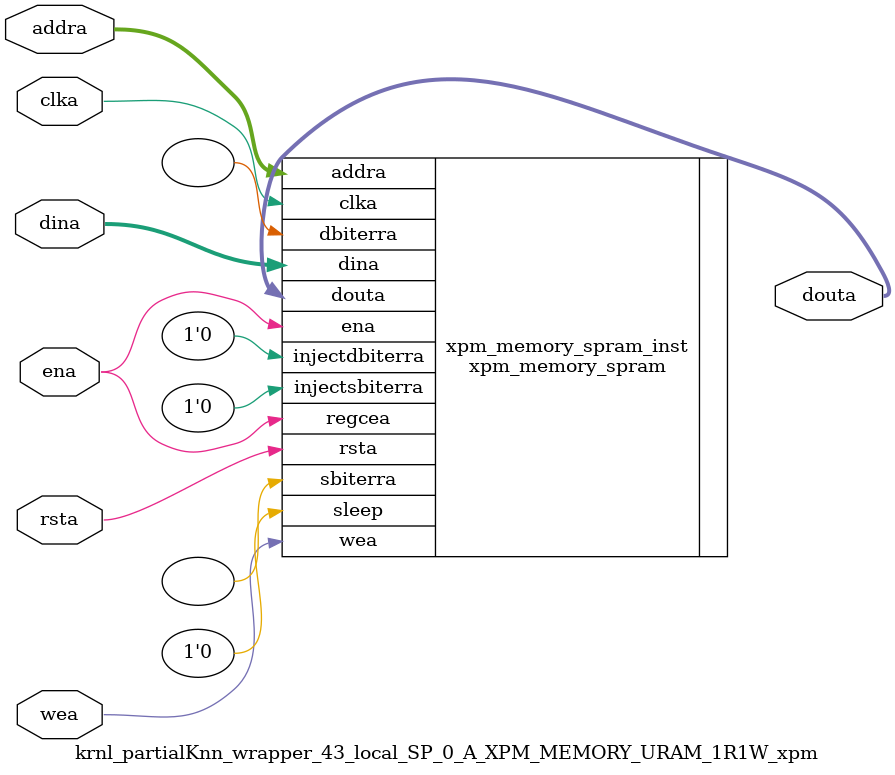
<source format=v>
`timescale 1 ns / 1 ps
module krnl_partialKnn_wrapper_43_local_SP_0_A_XPM_MEMORY_URAM_1R1W_xpm # (
  // Common module parameters
  parameter integer                 MEMORY_SIZE        = 524288,
  parameter                         MEMORY_PRIMITIVE   = "ultra",
  parameter                         ECC_MODE           = "no_ecc",
  parameter                         MEMORY_INIT_FILE   = "none",
  parameter                         WAKEUP_TIME        = "disable_sleep",
  parameter integer                 MESSAGE_CONTROL    = 0,
  // Port A module parameters
  parameter integer                 WRITE_DATA_WIDTH_A = 256,
  parameter integer                 READ_DATA_WIDTH_A  = WRITE_DATA_WIDTH_A,
  parameter integer                 BYTE_WRITE_WIDTH_A = WRITE_DATA_WIDTH_A,
  parameter integer                 ADDR_WIDTH_A       = 11,
  parameter                         READ_RESET_VALUE_A = "0",
  parameter integer                 READ_LATENCY_A     = 1,
  parameter                         WRITE_MODE_A       = "read_first"
) (
  // Port A module ports
  input  wire                                               clka,
  input  wire                                               rsta,
  input  wire                                               ena,
  input  wire [(WRITE_DATA_WIDTH_A/BYTE_WRITE_WIDTH_A)-1:0] wea,
  input  wire [ADDR_WIDTH_A-1:0]                            addra,
  input  wire [WRITE_DATA_WIDTH_A-1:0]                      dina,
  output wire [READ_DATA_WIDTH_A-1:0]                       douta
);
// Set parameter values and connect ports to instantiate an XPM_MEMORY single port RAM configuration
xpm_memory_spram # (
  // Common module parameters
  .MEMORY_SIZE        (MEMORY_SIZE),   //positive integer
  .MEMORY_PRIMITIVE   (MEMORY_PRIMITIVE),      //string; "auto", "distributed", "block" or "ultra";
  .ECC_MODE           (ECC_MODE),      //do not change
  .MEMORY_INIT_FILE   (MEMORY_INIT_FILE), //string; "none" or "<filename>.mem" 
  .MEMORY_INIT_PARAM  (""), //string;
  .WAKEUP_TIME        (WAKEUP_TIME),      //string; "disable_sleep" or "use_sleep_pin"
  .MESSAGE_CONTROL    (MESSAGE_CONTROL),      //do not change
  // Port A module parameters
  .WRITE_DATA_WIDTH_A (WRITE_DATA_WIDTH_A),     //positive integer
  .READ_DATA_WIDTH_A  (READ_DATA_WIDTH_A),     //positive integer
  .BYTE_WRITE_WIDTH_A (BYTE_WRITE_WIDTH_A),     //integer; 8, 9, or WRITE_DATA_WIDTH_A value
  .ADDR_WIDTH_A       (ADDR_WIDTH_A),      //positive integer
  .READ_RESET_VALUE_A (READ_RESET_VALUE_A),  //string
  .READ_LATENCY_A     (READ_LATENCY_A),      //non-negative integer
  .WRITE_MODE_A       (WRITE_MODE_A)       //string; "write_first", "read_first", "no_change"
) xpm_memory_spram_inst (
  // Common module ports
  .sleep          (1'b0),  //do not change
  // Port A module ports
  .clka           (clka),
  .rsta           (rsta),
  .ena            (ena),
  .regcea         (ena),
  .wea            (wea),
  .addra          (addra),
  .dina           (dina),
  .injectsbiterra (1'b0),  //do not change
  .injectdbiterra (1'b0),  //do not change
  .douta          (douta),
  .sbiterra       (),      //do not change
  .dbiterra       ()       //do not change
);
endmodule
</source>
